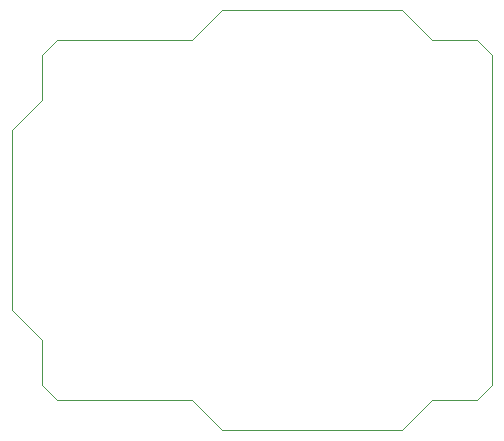
<source format=gm1>
G04 #@! TF.GenerationSoftware,KiCad,Pcbnew,6.0.9-8da3e8f707~116~ubuntu20.04.1*
G04 #@! TF.CreationDate,2023-04-19T17:14:30+00:00*
G04 #@! TF.ProjectId,LEC022001,4c454330-3232-4303-9031-2e6b69636164,rev?*
G04 #@! TF.SameCoordinates,Original*
G04 #@! TF.FileFunction,Profile,NP*
%FSLAX46Y46*%
G04 Gerber Fmt 4.6, Leading zero omitted, Abs format (unit mm)*
G04 Created by KiCad (PCBNEW 6.0.9-8da3e8f707~116~ubuntu20.04.1) date 2023-04-19 17:14:30*
%MOMM*%
%LPD*%
G01*
G04 APERTURE LIST*
G04 #@! TA.AperFunction,Profile*
%ADD10C,0.050000*%
G04 #@! TD*
G04 APERTURE END LIST*
D10*
X86360000Y-92710000D02*
X83820000Y-90170000D01*
X86360000Y-72390000D02*
X85090000Y-73660000D01*
X99060000Y-67310000D02*
X101600000Y-64770000D01*
X119380000Y-97790000D02*
X116840000Y-100330000D01*
X87630000Y-67310000D02*
X99060000Y-67310000D01*
X86360000Y-68580000D02*
X87630000Y-67310000D01*
X124460000Y-96520000D02*
X123190000Y-97790000D01*
X123190000Y-97790000D02*
X119380000Y-97790000D01*
X123190000Y-67310000D02*
X124460000Y-68580000D01*
X124460000Y-95250000D02*
X124460000Y-96520000D01*
X116840000Y-64770000D02*
X119380000Y-67310000D01*
X83820000Y-90170000D02*
X83820000Y-74930000D01*
X101600000Y-100330000D02*
X99060000Y-97790000D01*
X86360000Y-68580000D02*
X86360000Y-72390000D01*
X119380000Y-67310000D02*
X123190000Y-67310000D01*
X86360000Y-96520000D02*
X86360000Y-92710000D01*
X124460000Y-68580000D02*
X124460000Y-95250000D01*
X99060000Y-97790000D02*
X87630000Y-97790000D01*
X101600000Y-64770000D02*
X116840000Y-64770000D01*
X83820000Y-74930000D02*
X85090000Y-73660000D01*
X87630000Y-97790000D02*
X86360000Y-96520000D01*
X116840000Y-100330000D02*
X101600000Y-100330000D01*
M02*

</source>
